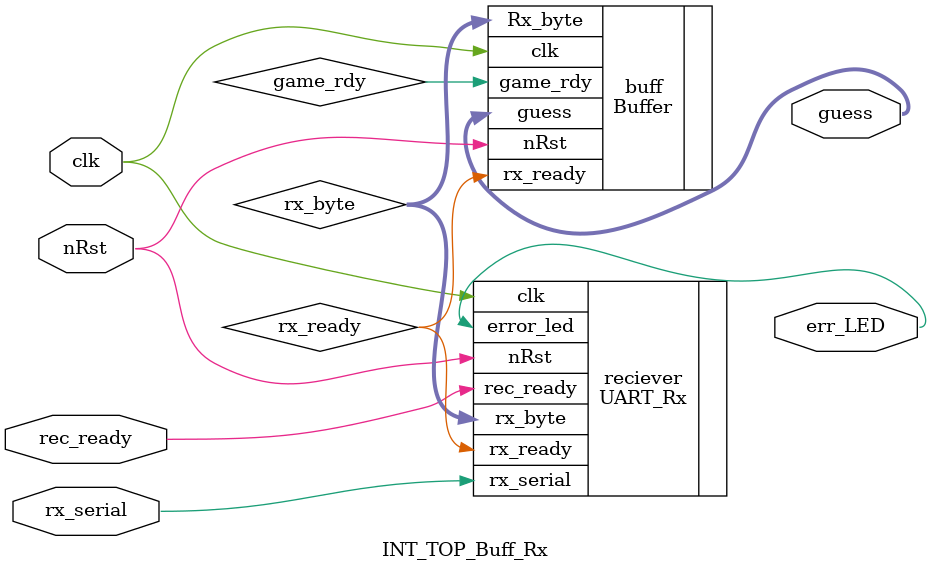
<source format=sv>
/* UART Reciever + Buffer Integration Module
Descriuption: x
*/

module INT_TOP_Buff_Rx(
    input logic clk, nRst, rx_serial, rec_ready, //Input of UART_Rx
    output logic err_LED, //output of UART_Rx 
    output logic [7:0] guess //output of buffer
);
logic rx_ready; //output of UART_Rx, rx_ready is also input of buffer
logic [7:0] rx_byte; //output of UART_Rx and input of buffer
logic game_rdy; //input of buffer

Buffer buff (.clk(clk), .nRst(nRst), .Rx_byte(rx_byte), .game_rdy(game_rdy), .rx_ready(rx_ready), .guess(guess));
UART_Rx reciever(.clk(clk), .nRst(nRst), .rx_serial(rx_serial), .rec_ready(rec_ready), .error_led(err_LED), .rx_ready(rx_ready), .rx_byte(rx_byte));

endmodule
</source>
